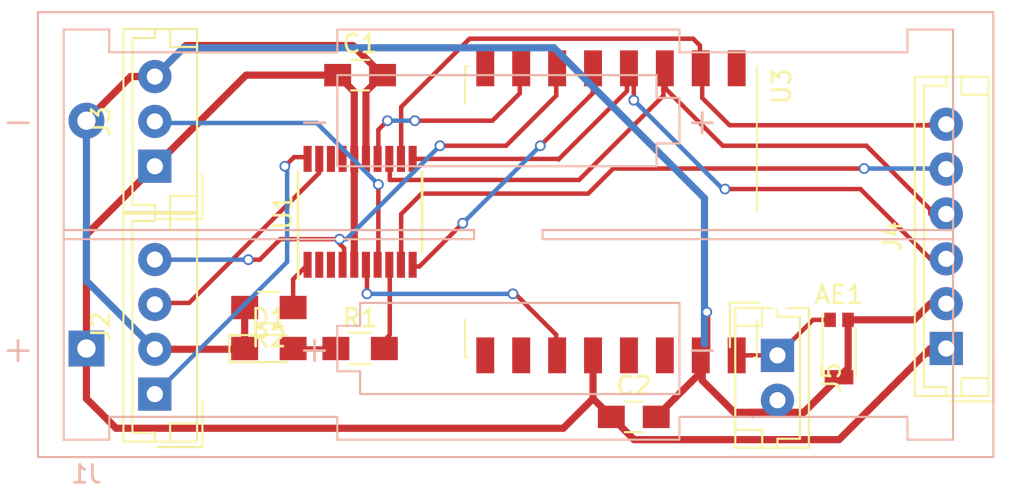
<source format=kicad_pcb>
(kicad_pcb (version 4) (host pcbnew 4.0.7)

  (general
    (links 39)
    (no_connects 0)
    (area 131.294999 106.227142 187.074 134.203858)
    (thickness 1.6)
    (drawings 0)
    (tracks 218)
    (zones 0)
    (modules 13)
    (nets 28)
  )

  (page A4)
  (layers
    (0 F.Cu signal)
    (31 B.Cu signal)
    (32 B.Adhes user)
    (33 F.Adhes user)
    (34 B.Paste user)
    (35 F.Paste user)
    (36 B.SilkS user)
    (37 F.SilkS user)
    (38 B.Mask user)
    (39 F.Mask user)
    (40 Dwgs.User user)
    (41 Cmts.User user)
    (42 Eco1.User user)
    (43 Eco2.User user)
    (44 Edge.Cuts user)
    (45 Margin user)
    (46 B.CrtYd user)
    (47 F.CrtYd user)
    (48 B.Fab user)
    (49 F.Fab user)
  )

  (setup
    (last_trace_width 0.25)
    (trace_clearance 0.2)
    (zone_clearance 0.508)
    (zone_45_only no)
    (trace_min 0.2)
    (segment_width 0.2)
    (edge_width 0.15)
    (via_size 0.6)
    (via_drill 0.4)
    (via_min_size 0.4)
    (via_min_drill 0.3)
    (uvia_size 0.3)
    (uvia_drill 0.1)
    (uvias_allowed no)
    (uvia_min_size 0.2)
    (uvia_min_drill 0.1)
    (pcb_text_width 0.3)
    (pcb_text_size 1.5 1.5)
    (mod_edge_width 0.15)
    (mod_text_size 1 1)
    (mod_text_width 0.15)
    (pad_size 1.524 1.524)
    (pad_drill 0.762)
    (pad_to_mask_clearance 0.2)
    (aux_axis_origin 0 0)
    (visible_elements FFFFFFFF)
    (pcbplotparams
      (layerselection 0x00030_80000001)
      (usegerberextensions false)
      (excludeedgelayer true)
      (linewidth 0.100000)
      (plotframeref false)
      (viasonmask false)
      (mode 1)
      (useauxorigin false)
      (hpglpennumber 1)
      (hpglpenspeed 20)
      (hpglpendiameter 15)
      (hpglpenoverlay 2)
      (psnegative false)
      (psa4output false)
      (plotreference true)
      (plotvalue true)
      (plotinvisibletext false)
      (padsonsilk false)
      (subtractmaskfromsilk false)
      (outputformat 1)
      (mirror false)
      (drillshape 1)
      (scaleselection 1)
      (outputdirectory ""))
  )

  (net 0 "")
  (net 1 Earth)
  (net 2 "Net-(AE1-Pad1)")
  (net 3 +3V3)
  (net 4 "Net-(D1-Pad2)")
  (net 5 SWCLK)
  (net 6 SWDIO)
  (net 7 NRESET)
  (net 8 TX)
  (net 9 SCK)
  (net 10 MOSI)
  (net 11 BME_CS)
  (net 12 MISO)
  (net 13 "Net-(R1-Pad2)")
  (net 14 "Net-(R2-Pad1)")
  (net 15 "Net-(U1-Pad2)")
  (net 16 "Net-(U1-Pad3)")
  (net 17 TX_READY)
  (net 18 RFM_CS)
  (net 19 RX_READY)
  (net 20 "Net-(U1-Pad17)")
  (net 21 "Net-(U1-Pad18)")
  (net 22 "Net-(U3-Pad1)")
  (net 23 "Net-(U3-Pad8)")
  (net 24 "Net-(U3-Pad9)")
  (net 25 "Net-(U3-Pad10)")
  (net 26 "Net-(U3-Pad13)")
  (net 27 "Net-(U3-Pad14)")

  (net_class Default "Dies ist die voreingestellte Netzklasse."
    (clearance 0.2)
    (trace_width 0.25)
    (via_dia 0.6)
    (via_drill 0.4)
    (uvia_dia 0.3)
    (uvia_drill 0.1)
    (add_net BME_CS)
    (add_net MISO)
    (add_net MOSI)
    (add_net NRESET)
    (add_net "Net-(AE1-Pad1)")
    (add_net "Net-(D1-Pad2)")
    (add_net "Net-(R1-Pad2)")
    (add_net "Net-(R2-Pad1)")
    (add_net "Net-(U1-Pad17)")
    (add_net "Net-(U1-Pad18)")
    (add_net "Net-(U1-Pad2)")
    (add_net "Net-(U1-Pad3)")
    (add_net "Net-(U3-Pad1)")
    (add_net "Net-(U3-Pad10)")
    (add_net "Net-(U3-Pad13)")
    (add_net "Net-(U3-Pad14)")
    (add_net "Net-(U3-Pad8)")
    (add_net "Net-(U3-Pad9)")
    (add_net RFM_CS)
    (add_net RX_READY)
    (add_net SCK)
    (add_net SWCLK)
    (add_net SWDIO)
    (add_net TX)
    (add_net TX_READY)
  )

  (net_class POWER ""
    (clearance 0.2)
    (trace_width 0.4)
    (via_dia 0.6)
    (via_drill 0.4)
    (uvia_dia 0.3)
    (uvia_drill 0.1)
    (add_net +3V3)
    (add_net Earth)
  )

  (module RF_Modules:Hopref_RFM9XW_SMD (layer F.Cu) (tedit 59D9324F) (tstamp 5F5F72BF)
    (at 163.83 118.11 270)
    (descr " Low Power Long Range Transceiver Module SMD-16 http://www.hoperf.com/upload/rf/RFM95_96_97_98W.pdf")
    (tags " Low Power Long Range Transceiver Module")
    (path /5F5F359C)
    (attr smd)
    (fp_text reference U3 (at -7 -9.5 270) (layer F.SilkS)
      (effects (font (size 1 1) (thickness 0.15)))
    )
    (fp_text value RFM9X (at 0 9.5 270) (layer F.Fab)
      (effects (font (size 1 1) (thickness 0.15)))
    )
    (fp_line (start -8 -8) (end 8 -8) (layer F.Fab) (width 0.12))
    (fp_line (start 8 8) (end 8 -8) (layer F.Fab) (width 0.12))
    (fp_line (start -8 8) (end 8 8) (layer F.Fab) (width 0.12))
    (fp_line (start -8 8) (end -8 -8) (layer F.Fab) (width 0.12))
    (fp_text user %R (at 0 0 270) (layer F.Fab)
      (effects (font (size 1 1) (thickness 0.15)))
    )
    (fp_line (start -8.12 -8.12) (end 0 -8.12) (layer F.SilkS) (width 0.1))
    (fp_line (start 6 8.12) (end 8.12 8.12) (layer F.SilkS) (width 0.1))
    (fp_line (start -9.45 -8.25) (end 9.45 -8.25) (layer F.CrtYd) (width 0.05))
    (fp_line (start 9.45 -8.25) (end 9.45 8.25) (layer F.CrtYd) (width 0.05))
    (fp_line (start -9.45 8.25) (end 9.45 8.25) (layer F.CrtYd) (width 0.05))
    (fp_line (start -9.45 8.25) (end -9.45 -8.25) (layer F.CrtYd) (width 0.05))
    (fp_line (start 8.12 8.12) (end 8.12 7.95) (layer F.SilkS) (width 0.1))
    (fp_line (start -8.12 8.12) (end -6 8.12) (layer F.SilkS) (width 0.1))
    (fp_line (start -8.12 8.12) (end -8.12 7.95) (layer F.SilkS) (width 0.1))
    (fp_line (start 6 -8.12) (end 8.12 -8.12) (layer F.SilkS) (width 0.1))
    (fp_line (start 8.12 -8.12) (end 8.12 -7.95) (layer F.SilkS) (width 0.1))
    (pad 1 smd rect (at -8 -7 270) (size 2 1) (layers F.Cu F.Paste F.Mask)
      (net 22 "Net-(U3-Pad1)"))
    (pad 2 smd rect (at -8 -5 270) (size 2 1) (layers F.Cu F.Paste F.Mask)
      (net 12 MISO))
    (pad 3 smd rect (at -8 -3 270) (size 2 1) (layers F.Cu F.Paste F.Mask)
      (net 10 MOSI))
    (pad 4 smd rect (at -8 -1 270) (size 2 1) (layers F.Cu F.Paste F.Mask)
      (net 9 SCK))
    (pad 5 smd rect (at -8 1 270) (size 2 1) (layers F.Cu F.Paste F.Mask)
      (net 18 RFM_CS))
    (pad 6 smd rect (at -8 3 270) (size 2 1) (layers F.Cu F.Paste F.Mask)
      (net 7 NRESET))
    (pad 7 smd rect (at -8 5 270) (size 2 1) (layers F.Cu F.Paste F.Mask)
      (net 19 RX_READY))
    (pad 8 smd rect (at -8 7 270) (size 2 1) (layers F.Cu F.Paste F.Mask)
      (net 23 "Net-(U3-Pad8)"))
    (pad 9 smd rect (at 8 7 270) (size 2 1) (layers F.Cu F.Paste F.Mask)
      (net 24 "Net-(U3-Pad9)"))
    (pad 10 smd rect (at 8 5 270) (size 2 1) (layers F.Cu F.Paste F.Mask)
      (net 25 "Net-(U3-Pad10)"))
    (pad 11 smd rect (at 8 3 270) (size 2 1) (layers F.Cu F.Paste F.Mask)
      (net 17 TX_READY))
    (pad 12 smd rect (at 8 1 270) (size 2 1) (layers F.Cu F.Paste F.Mask)
      (net 3 +3V3))
    (pad 13 smd rect (at 8 -1 270) (size 2 1) (layers F.Cu F.Paste F.Mask)
      (net 26 "Net-(U3-Pad13)"))
    (pad 14 smd rect (at 8 -3 270) (size 2 1) (layers F.Cu F.Paste F.Mask)
      (net 27 "Net-(U3-Pad14)"))
    (pad 15 smd rect (at 8 -5 270) (size 2 1) (layers F.Cu F.Paste F.Mask)
      (net 1 Earth))
    (pad 16 smd rect (at 8 -7 270) (size 2 1) (layers F.Cu F.Paste F.Mask)
      (net 2 "Net-(AE1-Pad1)"))
    (model ${KISYS3DMOD}/RF_Modules.3dshapes/Hopref_RFM9XW_SMD.wrl
      (at (xyz 0 0 0))
      (scale (xyz 1 1 1))
      (rotate (xyz 0 0 0))
    )
  )

  (module RF_Antennas:Pulse_W3011 (layer F.Cu) (tedit 595B9CA6) (tstamp 5F5F71B8)
    (at 176.53 125.73)
    (descr "Pulse RF Antenna, 4mm Clearance")
    (tags "antenna rf")
    (path /5F5F5304)
    (attr smd)
    (fp_text reference AE1 (at 0 -3) (layer F.SilkS)
      (effects (font (size 1 1) (thickness 0.15)))
    )
    (fp_text value Antenna_Shield (at 0 3) (layer F.Fab)
      (effects (font (size 1 1) (thickness 0.15)))
    )
    (fp_line (start 0.925 1.6) (end 0.925 -1.125) (layer F.SilkS) (width 0.12))
    (fp_line (start -0.925 1.6) (end -0.925 -1.95) (layer F.SilkS) (width 0.12))
    (fp_text user "on all layers" (at -2.2 0 90) (layer Cmts.User)
      (effects (font (size 0.3 0.3) (thickness 0.03)))
    )
    (fp_text user "No copper" (at -2.7 0 90) (layer Cmts.User)
      (effects (font (size 0.3 0.3) (thickness 0.03)))
    )
    (fp_text user %R (at 0.05 -0.05) (layer F.Fab)
      (effects (font (size 0.3 0.3) (thickness 0.03)))
    )
    (fp_line (start -3.2 -2) (end 1.05 2) (layer Dwgs.User) (width 0.05))
    (fp_line (start 1.05 -2) (end -3.2 2) (layer Dwgs.User) (width 0.05))
    (fp_line (start -3.2 2) (end 1.05 2) (layer Dwgs.User) (width 0.05))
    (fp_line (start -3.2 -2) (end -3.2 2) (layer Dwgs.User) (width 0.05))
    (fp_line (start 1.05 -2) (end -3.2 -2) (layer Dwgs.User) (width 0.05))
    (fp_line (start 1.05 2) (end 1.05 -2) (layer Dwgs.User) (width 0.05))
    (fp_line (start 1.3 -2.5) (end 1.3 2.5) (layer F.CrtYd) (width 0.05))
    (fp_line (start -1.33 2.5) (end 1.3 2.5) (layer F.CrtYd) (width 0.05))
    (fp_line (start -1.33 -2.5) (end -1.33 2.5) (layer F.CrtYd) (width 0.05))
    (fp_line (start -1.33 -2.5) (end 1.3 -2.5) (layer F.CrtYd) (width 0.05))
    (fp_line (start -0.8 -1.6) (end 0.8 -1.6) (layer F.Fab) (width 0.1))
    (fp_line (start 0.8 1.6) (end 0.8 -1.6) (layer F.Fab) (width 0.1))
    (fp_line (start -0.8 1.6) (end -0.8 -1.6) (layer F.Fab) (width 0.1))
    (fp_line (start -0.8 1.6) (end 0.8 1.6) (layer F.Fab) (width 0.1))
    (pad 2 smd trapezoid (at 0.5 -1.6 90) (size 0.8 0.65) (layers F.Cu F.Paste F.Mask)
      (net 1 Earth))
    (pad 1 smd trapezoid (at -0.5 -1.6 90) (size 0.8 0.65) (layers F.Cu F.Paste F.Mask)
      (net 2 "Net-(AE1-Pad1)"))
    (pad 2 smd trapezoid (at 0 1.6 90) (size 0.8 1.6) (layers F.Cu F.Paste F.Mask)
      (net 1 Earth))
    (model ${KISYS3DMOD}/RF_Antennas.3dshapes/Pulse_W3011.wrl
      (at (xyz -0.0196850394 0.062992126 0))
      (scale (xyz 1 1 1))
      (rotate (xyz 0 0 0))
    )
  )

  (module Capacitors_SMD:C_0805_HandSoldering (layer F.Cu) (tedit 58AA84A8) (tstamp 5F5F71BE)
    (at 149.86 110.49)
    (descr "Capacitor SMD 0805, hand soldering")
    (tags "capacitor 0805")
    (path /5F5F792E)
    (attr smd)
    (fp_text reference C1 (at 0 -1.75) (layer F.SilkS)
      (effects (font (size 1 1) (thickness 0.15)))
    )
    (fp_text value 100nF (at 0 1.75) (layer F.Fab)
      (effects (font (size 1 1) (thickness 0.15)))
    )
    (fp_text user %R (at 0 -1.75) (layer F.Fab)
      (effects (font (size 1 1) (thickness 0.15)))
    )
    (fp_line (start -1 0.62) (end -1 -0.62) (layer F.Fab) (width 0.1))
    (fp_line (start 1 0.62) (end -1 0.62) (layer F.Fab) (width 0.1))
    (fp_line (start 1 -0.62) (end 1 0.62) (layer F.Fab) (width 0.1))
    (fp_line (start -1 -0.62) (end 1 -0.62) (layer F.Fab) (width 0.1))
    (fp_line (start 0.5 -0.85) (end -0.5 -0.85) (layer F.SilkS) (width 0.12))
    (fp_line (start -0.5 0.85) (end 0.5 0.85) (layer F.SilkS) (width 0.12))
    (fp_line (start -2.25 -0.88) (end 2.25 -0.88) (layer F.CrtYd) (width 0.05))
    (fp_line (start -2.25 -0.88) (end -2.25 0.87) (layer F.CrtYd) (width 0.05))
    (fp_line (start 2.25 0.87) (end 2.25 -0.88) (layer F.CrtYd) (width 0.05))
    (fp_line (start 2.25 0.87) (end -2.25 0.87) (layer F.CrtYd) (width 0.05))
    (pad 1 smd rect (at -1.25 0) (size 1.5 1.25) (layers F.Cu F.Paste F.Mask)
      (net 3 +3V3))
    (pad 2 smd rect (at 1.25 0) (size 1.5 1.25) (layers F.Cu F.Paste F.Mask)
      (net 1 Earth))
    (model Capacitors_SMD.3dshapes/C_0805.wrl
      (at (xyz 0 0 0))
      (scale (xyz 1 1 1))
      (rotate (xyz 0 0 0))
    )
  )

  (module Capacitors_SMD:C_0805_HandSoldering (layer F.Cu) (tedit 58AA84A8) (tstamp 5F5F71C4)
    (at 165.1 129.54)
    (descr "Capacitor SMD 0805, hand soldering")
    (tags "capacitor 0805")
    (path /5F5F7A6F)
    (attr smd)
    (fp_text reference C2 (at 0 -1.75) (layer F.SilkS)
      (effects (font (size 1 1) (thickness 0.15)))
    )
    (fp_text value 100nF (at 0 1.75) (layer F.Fab)
      (effects (font (size 1 1) (thickness 0.15)))
    )
    (fp_text user %R (at 0 -1.75) (layer F.Fab)
      (effects (font (size 1 1) (thickness 0.15)))
    )
    (fp_line (start -1 0.62) (end -1 -0.62) (layer F.Fab) (width 0.1))
    (fp_line (start 1 0.62) (end -1 0.62) (layer F.Fab) (width 0.1))
    (fp_line (start 1 -0.62) (end 1 0.62) (layer F.Fab) (width 0.1))
    (fp_line (start -1 -0.62) (end 1 -0.62) (layer F.Fab) (width 0.1))
    (fp_line (start 0.5 -0.85) (end -0.5 -0.85) (layer F.SilkS) (width 0.12))
    (fp_line (start -0.5 0.85) (end 0.5 0.85) (layer F.SilkS) (width 0.12))
    (fp_line (start -2.25 -0.88) (end 2.25 -0.88) (layer F.CrtYd) (width 0.05))
    (fp_line (start -2.25 -0.88) (end -2.25 0.87) (layer F.CrtYd) (width 0.05))
    (fp_line (start 2.25 0.87) (end 2.25 -0.88) (layer F.CrtYd) (width 0.05))
    (fp_line (start 2.25 0.87) (end -2.25 0.87) (layer F.CrtYd) (width 0.05))
    (pad 1 smd rect (at -1.25 0) (size 1.5 1.25) (layers F.Cu F.Paste F.Mask)
      (net 3 +3V3))
    (pad 2 smd rect (at 1.25 0) (size 1.5 1.25) (layers F.Cu F.Paste F.Mask)
      (net 1 Earth))
    (model Capacitors_SMD.3dshapes/C_0805.wrl
      (at (xyz 0 0 0))
      (scale (xyz 1 1 1))
      (rotate (xyz 0 0 0))
    )
  )

  (module LEDs:LED_0805_HandSoldering (layer F.Cu) (tedit 595FCA25) (tstamp 5F5F71CA)
    (at 144.78 125.73)
    (descr "Resistor SMD 0805, hand soldering")
    (tags "resistor 0805")
    (path /5F5F6485)
    (attr smd)
    (fp_text reference D1 (at 0 -1.7) (layer F.SilkS)
      (effects (font (size 1 1) (thickness 0.15)))
    )
    (fp_text value LED (at 0 1.75) (layer F.Fab)
      (effects (font (size 1 1) (thickness 0.15)))
    )
    (fp_line (start -0.4 -0.4) (end -0.4 0.4) (layer F.Fab) (width 0.1))
    (fp_line (start -0.4 0) (end 0.2 -0.4) (layer F.Fab) (width 0.1))
    (fp_line (start 0.2 0.4) (end -0.4 0) (layer F.Fab) (width 0.1))
    (fp_line (start 0.2 -0.4) (end 0.2 0.4) (layer F.Fab) (width 0.1))
    (fp_line (start -1 0.62) (end -1 -0.62) (layer F.Fab) (width 0.1))
    (fp_line (start 1 0.62) (end -1 0.62) (layer F.Fab) (width 0.1))
    (fp_line (start 1 -0.62) (end 1 0.62) (layer F.Fab) (width 0.1))
    (fp_line (start -1 -0.62) (end 1 -0.62) (layer F.Fab) (width 0.1))
    (fp_line (start 1 0.75) (end -2.2 0.75) (layer F.SilkS) (width 0.12))
    (fp_line (start -2.2 -0.75) (end 1 -0.75) (layer F.SilkS) (width 0.12))
    (fp_line (start -2.35 -0.9) (end 2.35 -0.9) (layer F.CrtYd) (width 0.05))
    (fp_line (start -2.35 -0.9) (end -2.35 0.9) (layer F.CrtYd) (width 0.05))
    (fp_line (start 2.35 0.9) (end 2.35 -0.9) (layer F.CrtYd) (width 0.05))
    (fp_line (start 2.35 0.9) (end -2.35 0.9) (layer F.CrtYd) (width 0.05))
    (fp_line (start -2.2 -0.75) (end -2.2 0.75) (layer F.SilkS) (width 0.12))
    (pad 1 smd rect (at -1.35 0) (size 1.5 1.3) (layers F.Cu F.Paste F.Mask)
      (net 1 Earth))
    (pad 2 smd rect (at 1.35 0) (size 1.5 1.3) (layers F.Cu F.Paste F.Mask)
      (net 4 "Net-(D1-Pad2)"))
    (model ${KISYS3DMOD}/LEDs.3dshapes/LED_0805.wrl
      (at (xyz 0 0 0))
      (scale (xyz 1 1 1))
      (rotate (xyz 0 0 0))
    )
  )

  (module Battery_Holders:Keystone_2468_2xAAA (layer B.Cu) (tedit 57A87332) (tstamp 5F5F7210)
    (at 134.62 125.73)
    (descr "2xAAA cell battery holder, Keystone P/N 2468")
    (tags "AAA battery cell holder")
    (path /5F5F74EC)
    (fp_text reference J1 (at 0 7 180) (layer B.SilkS)
      (effects (font (size 1 1) (thickness 0.15)) (justify mirror))
    )
    (fp_text value Conn_01x02_Male (at 24.95 -7.8) (layer B.Fab)
      (effects (font (size 1 1) (thickness 0.15)) (justify mirror))
    )
    (fp_text user - (at 34.29 0) (layer B.SilkS)
      (effects (font (size 1.5 1.5) (thickness 0.15)) (justify mirror))
    )
    (fp_text user + (at 12.7 0) (layer B.SilkS)
      (effects (font (size 1.5 1.5) (thickness 0.15)) (justify mirror))
    )
    (fp_line (start 50.9 -19.15) (end 50.9 6.45) (layer B.CrtYd) (width 0.05))
    (fp_line (start -3.1 -19.15) (end 50.9 -19.15) (layer B.CrtYd) (width 0.05))
    (fp_line (start -3.1 6.45) (end -3.1 -19.15) (layer B.CrtYd) (width 0.05))
    (fp_line (start 50.9 6.45) (end -3.1 6.45) (layer B.CrtYd) (width 0.05))
    (fp_line (start 50.5 -18.75) (end 50.5 6.05) (layer B.SilkS) (width 0.12))
    (fp_line (start -2.7 -18.75) (end 50.5 -18.75) (layer B.SilkS) (width 0.12))
    (fp_line (start -2.7 6.05) (end -2.7 -18.75) (layer B.SilkS) (width 0.12))
    (fp_line (start 50.5 6.05) (end -2.7 6.05) (layer B.SilkS) (width 0.12))
    (fp_line (start 13.97 -15.24) (end 13.97 -10.16) (layer B.SilkS) (width 0.12))
    (fp_line (start 13.97 -10.16) (end 31.75 -10.16) (layer B.SilkS) (width 0.12))
    (fp_line (start 31.75 -10.16) (end 31.75 -11.43) (layer B.SilkS) (width 0.12))
    (fp_line (start 31.75 -11.43) (end 33.02 -11.43) (layer B.SilkS) (width 0.12))
    (fp_line (start 33.02 -11.43) (end 33.02 -13.97) (layer B.SilkS) (width 0.12))
    (fp_line (start 33.02 -13.97) (end 31.75 -13.97) (layer B.SilkS) (width 0.12))
    (fp_line (start 31.75 -13.97) (end 31.75 -15.24) (layer B.SilkS) (width 0.12))
    (fp_line (start 31.75 -15.24) (end 13.97 -15.24) (layer B.SilkS) (width 0.12))
    (fp_line (start 33.02 1.27) (end 33.02 -2.54) (layer B.SilkS) (width 0.12))
    (fp_line (start 33.02 -2.54) (end 15.24 -2.54) (layer B.SilkS) (width 0.12))
    (fp_line (start 15.24 -2.54) (end 15.24 -1.27) (layer B.SilkS) (width 0.12))
    (fp_line (start 15.24 -1.27) (end 13.97 -1.27) (layer B.SilkS) (width 0.12))
    (fp_line (start 13.97 -1.27) (end 13.97 1.27) (layer B.SilkS) (width 0.12))
    (fp_line (start 13.97 1.27) (end 15.24 1.27) (layer B.SilkS) (width 0.12))
    (fp_line (start 15.24 1.27) (end 15.24 2.54) (layer B.SilkS) (width 0.12))
    (fp_line (start 15.24 2.54) (end 33.02 2.54) (layer B.SilkS) (width 0.12))
    (fp_line (start 33.02 2.54) (end 33.02 1.27) (layer B.SilkS) (width 0.12))
    (fp_line (start -1.27 -6.096) (end 21.59 -6.096) (layer B.SilkS) (width 0.12))
    (fp_line (start 21.59 -6.096) (end 21.59 -6.604) (layer B.SilkS) (width 0.12))
    (fp_line (start 21.59 -6.604) (end -1.27 -6.604) (layer B.SilkS) (width 0.12))
    (fp_line (start 48.26 -6.096) (end 25.4 -6.096) (layer B.SilkS) (width 0.12))
    (fp_line (start 25.4 -6.096) (end 25.4 -6.604) (layer B.SilkS) (width 0.12))
    (fp_line (start 25.4 -6.604) (end 48.26 -6.604) (layer B.SilkS) (width 0.12))
    (fp_line (start 13.97 -16.51) (end 13.97 -17.78) (layer B.SilkS) (width 0.12))
    (fp_line (start 13.97 -17.78) (end 33.02 -17.78) (layer B.SilkS) (width 0.12))
    (fp_line (start 33.02 -17.78) (end 33.02 -16.51) (layer B.SilkS) (width 0.12))
    (fp_line (start 45.72 3.81) (end 33.02 3.81) (layer B.SilkS) (width 0.12))
    (fp_line (start 33.02 3.81) (end 33.02 5.08) (layer B.SilkS) (width 0.12))
    (fp_line (start 33.02 5.08) (end 13.97 5.08) (layer B.SilkS) (width 0.12))
    (fp_line (start 13.97 5.08) (end 13.97 3.81) (layer B.SilkS) (width 0.12))
    (fp_line (start 45.72 -16.51) (end 33.02 -16.51) (layer B.SilkS) (width 0.12))
    (fp_line (start 1.27 3.81) (end 13.97 3.81) (layer B.SilkS) (width 0.12))
    (fp_line (start 1.27 3.81) (end 1.27 5.08) (layer B.SilkS) (width 0.12))
    (fp_line (start 1.27 5.08) (end -1.27 5.08) (layer B.SilkS) (width 0.12))
    (fp_line (start -1.27 5.08) (end -1.27 -17.78) (layer B.SilkS) (width 0.12))
    (fp_line (start -1.27 -17.78) (end 1.27 -17.78) (layer B.SilkS) (width 0.12))
    (fp_line (start 1.27 -17.78) (end 1.27 -16.51) (layer B.SilkS) (width 0.12))
    (fp_line (start 1.27 -16.51) (end 13.97 -16.51) (layer B.SilkS) (width 0.12))
    (fp_line (start 48.26 5.08) (end 45.72 5.08) (layer B.SilkS) (width 0.12))
    (fp_line (start 45.72 5.08) (end 45.72 3.81) (layer B.SilkS) (width 0.12))
    (fp_line (start 48.26 5.08) (end 48.26 -17.78) (layer B.SilkS) (width 0.12))
    (fp_line (start 48.26 -17.78) (end 45.72 -17.78) (layer B.SilkS) (width 0.12))
    (fp_line (start 45.72 -17.78) (end 45.72 -16.51) (layer B.SilkS) (width 0.12))
    (fp_line (start -2.6 -18.65) (end -2.6 -6.35) (layer B.Fab) (width 0.1))
    (fp_line (start 50.4 -18.65) (end 50.4 5.95) (layer B.Fab) (width 0.1))
    (fp_line (start -2.6 -18.65) (end 50.4 -18.65) (layer B.Fab) (width 0.1))
    (fp_line (start -2.6 -6.35) (end -2.6 5.95) (layer B.Fab) (width 0.1))
    (fp_line (start -2.6 5.95) (end 50.4 5.95) (layer B.Fab) (width 0.1))
    (fp_text user + (at 34.29 -12.7) (layer B.SilkS)
      (effects (font (size 1.5 1.5) (thickness 0.15)) (justify mirror))
    )
    (fp_text user - (at 12.7 -12.7) (layer B.SilkS)
      (effects (font (size 1.5 1.5) (thickness 0.15)) (justify mirror))
    )
    (fp_text user + (at -3.81 0) (layer B.SilkS)
      (effects (font (size 1.5 1.5) (thickness 0.15)) (justify mirror))
    )
    (fp_text user - (at -3.81 -12.7) (layer B.SilkS)
      (effects (font (size 1.5 1.5) (thickness 0.15)) (justify mirror))
    )
    (pad 1 thru_hole rect (at 0 0) (size 2 2) (drill 1.02) (layers *.Cu *.Mask)
      (net 3 +3V3))
    (pad 2 thru_hole circle (at 0 -12.7) (size 2 2) (drill 1.02) (layers *.Cu *.Mask)
      (net 1 Earth))
    (pad "" np_thru_hole circle (at 8.636 -8.6995) (size 3.5 3.5) (drill 3.5) (layers *.Cu *.Mask))
    (pad "" np_thru_hole circle (at 38.608 -3.9624) (size 3.5 3.5) (drill 3.5) (layers *.Cu *.Mask))
  )

  (module Connectors_JST:JST_EH_B04B-EH-A_04x2.50mm_Straight (layer F.Cu) (tedit 58A3B0B5) (tstamp 5F5F7232)
    (at 138.43 128.27 90)
    (descr "JST EH series connector, B04B-EH-A, 2.50mm pitch, top entry")
    (tags "connector jst eh top vertical straight")
    (path /5F5F67BE)
    (fp_text reference J2 (at 3.75 -3 90) (layer F.SilkS)
      (effects (font (size 1 1) (thickness 0.15)))
    )
    (fp_text value Conn_01x04_Male (at 3.75 3.5 90) (layer F.Fab)
      (effects (font (size 1 1) (thickness 0.15)))
    )
    (fp_text user %R (at 3.75 -3 90) (layer F.Fab)
      (effects (font (size 1 1) (thickness 0.15)))
    )
    (fp_line (start -2.5 -1.6) (end -2.5 2.2) (layer F.Fab) (width 0.1))
    (fp_line (start -2.5 2.2) (end 10 2.2) (layer F.Fab) (width 0.1))
    (fp_line (start 10 2.2) (end 10 -1.6) (layer F.Fab) (width 0.1))
    (fp_line (start 10 -1.6) (end -2.5 -1.6) (layer F.Fab) (width 0.1))
    (fp_line (start -2.65 -1.75) (end -2.65 2.35) (layer F.SilkS) (width 0.12))
    (fp_line (start -2.65 2.35) (end 10.15 2.35) (layer F.SilkS) (width 0.12))
    (fp_line (start 10.15 2.35) (end 10.15 -1.75) (layer F.SilkS) (width 0.12))
    (fp_line (start 10.15 -1.75) (end -2.65 -1.75) (layer F.SilkS) (width 0.12))
    (fp_line (start -2.65 0) (end -2.15 0) (layer F.SilkS) (width 0.12))
    (fp_line (start -2.15 0) (end -2.15 -1.25) (layer F.SilkS) (width 0.12))
    (fp_line (start -2.15 -1.25) (end 9.65 -1.25) (layer F.SilkS) (width 0.12))
    (fp_line (start 9.65 -1.25) (end 9.65 0) (layer F.SilkS) (width 0.12))
    (fp_line (start 9.65 0) (end 10.15 0) (layer F.SilkS) (width 0.12))
    (fp_line (start -2.65 0.85) (end -1.65 0.85) (layer F.SilkS) (width 0.12))
    (fp_line (start -1.65 0.85) (end -1.65 2.35) (layer F.SilkS) (width 0.12))
    (fp_line (start 10.15 0.85) (end 9.15 0.85) (layer F.SilkS) (width 0.12))
    (fp_line (start 9.15 0.85) (end 9.15 2.35) (layer F.SilkS) (width 0.12))
    (fp_line (start -2.95 0.15) (end -2.95 2.65) (layer F.SilkS) (width 0.12))
    (fp_line (start -2.95 2.65) (end -0.45 2.65) (layer F.SilkS) (width 0.12))
    (fp_line (start -2.95 0.15) (end -2.95 2.65) (layer F.Fab) (width 0.1))
    (fp_line (start -2.95 2.65) (end -0.45 2.65) (layer F.Fab) (width 0.1))
    (fp_line (start -3.15 -2.25) (end -3.15 2.85) (layer F.CrtYd) (width 0.05))
    (fp_line (start -3.15 2.85) (end 10.65 2.85) (layer F.CrtYd) (width 0.05))
    (fp_line (start 10.65 2.85) (end 10.65 -2.25) (layer F.CrtYd) (width 0.05))
    (fp_line (start 10.65 -2.25) (end -3.15 -2.25) (layer F.CrtYd) (width 0.05))
    (pad 1 thru_hole rect (at 0 0 90) (size 1.85 1.85) (drill 0.9) (layers *.Cu *.Mask)
      (net 5 SWCLK))
    (pad 2 thru_hole circle (at 2.5 0 90) (size 1.85 1.85) (drill 0.9) (layers *.Cu *.Mask)
      (net 1 Earth))
    (pad 3 thru_hole circle (at 5 0 90) (size 1.85 1.85) (drill 0.9) (layers *.Cu *.Mask)
      (net 6 SWDIO))
    (pad 4 thru_hole circle (at 7.5 0 90) (size 1.85 1.85) (drill 0.9) (layers *.Cu *.Mask)
      (net 7 NRESET))
    (model Connectors_JST.3dshapes/JST_EH_B04B-EH-A_04x2.50mm_Straight.wrl
      (at (xyz 0 0 0))
      (scale (xyz 1 1 1))
      (rotate (xyz 0 0 0))
    )
  )

  (module Connectors_JST:JST_EH_B03B-EH-A_03x2.50mm_Straight (layer F.Cu) (tedit 58A3B0B5) (tstamp 5F5F7253)
    (at 138.43 115.57 90)
    (descr "JST EH series connector, B03B-EH-A, 2.50mm pitch, top entry")
    (tags "connector jst eh top vertical straight")
    (path /5F5F8CC4)
    (fp_text reference J3 (at 2.5 -3 90) (layer F.SilkS)
      (effects (font (size 1 1) (thickness 0.15)))
    )
    (fp_text value Conn_01x03_Male (at 2.5 3.5 90) (layer F.Fab)
      (effects (font (size 1 1) (thickness 0.15)))
    )
    (fp_text user %R (at 2.5 -3 90) (layer F.Fab)
      (effects (font (size 1 1) (thickness 0.15)))
    )
    (fp_line (start -2.5 -1.6) (end -2.5 2.2) (layer F.Fab) (width 0.1))
    (fp_line (start -2.5 2.2) (end 7.5 2.2) (layer F.Fab) (width 0.1))
    (fp_line (start 7.5 2.2) (end 7.5 -1.6) (layer F.Fab) (width 0.1))
    (fp_line (start 7.5 -1.6) (end -2.5 -1.6) (layer F.Fab) (width 0.1))
    (fp_line (start -2.65 -1.75) (end -2.65 2.35) (layer F.SilkS) (width 0.12))
    (fp_line (start -2.65 2.35) (end 7.65 2.35) (layer F.SilkS) (width 0.12))
    (fp_line (start 7.65 2.35) (end 7.65 -1.75) (layer F.SilkS) (width 0.12))
    (fp_line (start 7.65 -1.75) (end -2.65 -1.75) (layer F.SilkS) (width 0.12))
    (fp_line (start -2.65 0) (end -2.15 0) (layer F.SilkS) (width 0.12))
    (fp_line (start -2.15 0) (end -2.15 -1.25) (layer F.SilkS) (width 0.12))
    (fp_line (start -2.15 -1.25) (end 7.15 -1.25) (layer F.SilkS) (width 0.12))
    (fp_line (start 7.15 -1.25) (end 7.15 0) (layer F.SilkS) (width 0.12))
    (fp_line (start 7.15 0) (end 7.65 0) (layer F.SilkS) (width 0.12))
    (fp_line (start -2.65 0.85) (end -1.65 0.85) (layer F.SilkS) (width 0.12))
    (fp_line (start -1.65 0.85) (end -1.65 2.35) (layer F.SilkS) (width 0.12))
    (fp_line (start 7.65 0.85) (end 6.65 0.85) (layer F.SilkS) (width 0.12))
    (fp_line (start 6.65 0.85) (end 6.65 2.35) (layer F.SilkS) (width 0.12))
    (fp_line (start -2.95 0.15) (end -2.95 2.65) (layer F.SilkS) (width 0.12))
    (fp_line (start -2.95 2.65) (end -0.45 2.65) (layer F.SilkS) (width 0.12))
    (fp_line (start -2.95 0.15) (end -2.95 2.65) (layer F.Fab) (width 0.1))
    (fp_line (start -2.95 2.65) (end -0.45 2.65) (layer F.Fab) (width 0.1))
    (fp_line (start -3.15 -2.25) (end -3.15 2.85) (layer F.CrtYd) (width 0.05))
    (fp_line (start -3.15 2.85) (end 8.15 2.85) (layer F.CrtYd) (width 0.05))
    (fp_line (start 8.15 2.85) (end 8.15 -2.25) (layer F.CrtYd) (width 0.05))
    (fp_line (start 8.15 -2.25) (end -3.15 -2.25) (layer F.CrtYd) (width 0.05))
    (pad 1 thru_hole rect (at 0 0 90) (size 1.85 1.85) (drill 0.9) (layers *.Cu *.Mask)
      (net 3 +3V3))
    (pad 2 thru_hole circle (at 2.5 0 90) (size 1.85 1.85) (drill 0.9) (layers *.Cu *.Mask)
      (net 8 TX))
    (pad 3 thru_hole circle (at 5 0 90) (size 1.85 1.85) (drill 0.9) (layers *.Cu *.Mask)
      (net 1 Earth))
    (model Connectors_JST.3dshapes/JST_EH_B03B-EH-A_03x2.50mm_Straight.wrl
      (at (xyz 0 0 0))
      (scale (xyz 1 1 1))
      (rotate (xyz 0 0 0))
    )
  )

  (module Connectors_JST:JST_EH_B06B-EH-A_06x2.50mm_Straight (layer F.Cu) (tedit 58A3B0B5) (tstamp 5F5F7277)
    (at 182.499 125.73 90)
    (descr "JST EH series connector, B06B-EH-A, 2.50mm pitch, top entry")
    (tags "connector jst eh top vertical straight")
    (path /5F5FA3E2)
    (fp_text reference J4 (at 6.25 -3 90) (layer F.SilkS)
      (effects (font (size 1 1) (thickness 0.15)))
    )
    (fp_text value Conn_01x06_Male (at 6.25 3.5 90) (layer F.Fab)
      (effects (font (size 1 1) (thickness 0.15)))
    )
    (fp_text user %R (at 6.25 -3 90) (layer F.Fab)
      (effects (font (size 1 1) (thickness 0.15)))
    )
    (fp_line (start -2.5 -1.6) (end -2.5 2.2) (layer F.Fab) (width 0.1))
    (fp_line (start -2.5 2.2) (end 15 2.2) (layer F.Fab) (width 0.1))
    (fp_line (start 15 2.2) (end 15 -1.6) (layer F.Fab) (width 0.1))
    (fp_line (start 15 -1.6) (end -2.5 -1.6) (layer F.Fab) (width 0.1))
    (fp_line (start -2.65 -1.75) (end -2.65 2.35) (layer F.SilkS) (width 0.12))
    (fp_line (start -2.65 2.35) (end 15.15 2.35) (layer F.SilkS) (width 0.12))
    (fp_line (start 15.15 2.35) (end 15.15 -1.75) (layer F.SilkS) (width 0.12))
    (fp_line (start 15.15 -1.75) (end -2.65 -1.75) (layer F.SilkS) (width 0.12))
    (fp_line (start -2.65 0) (end -2.15 0) (layer F.SilkS) (width 0.12))
    (fp_line (start -2.15 0) (end -2.15 -1.25) (layer F.SilkS) (width 0.12))
    (fp_line (start -2.15 -1.25) (end 14.65 -1.25) (layer F.SilkS) (width 0.12))
    (fp_line (start 14.65 -1.25) (end 14.65 0) (layer F.SilkS) (width 0.12))
    (fp_line (start 14.65 0) (end 15.15 0) (layer F.SilkS) (width 0.12))
    (fp_line (start -2.65 0.85) (end -1.65 0.85) (layer F.SilkS) (width 0.12))
    (fp_line (start -1.65 0.85) (end -1.65 2.35) (layer F.SilkS) (width 0.12))
    (fp_line (start 15.15 0.85) (end 14.15 0.85) (layer F.SilkS) (width 0.12))
    (fp_line (start 14.15 0.85) (end 14.15 2.35) (layer F.SilkS) (width 0.12))
    (fp_line (start -2.95 0.15) (end -2.95 2.65) (layer F.SilkS) (width 0.12))
    (fp_line (start -2.95 2.65) (end -0.45 2.65) (layer F.SilkS) (width 0.12))
    (fp_line (start -2.95 0.15) (end -2.95 2.65) (layer F.Fab) (width 0.1))
    (fp_line (start -2.95 2.65) (end -0.45 2.65) (layer F.Fab) (width 0.1))
    (fp_line (start -3.15 -2.25) (end -3.15 2.85) (layer F.CrtYd) (width 0.05))
    (fp_line (start -3.15 2.85) (end 15.65 2.85) (layer F.CrtYd) (width 0.05))
    (fp_line (start 15.65 2.85) (end 15.65 -2.25) (layer F.CrtYd) (width 0.05))
    (fp_line (start 15.65 -2.25) (end -3.15 -2.25) (layer F.CrtYd) (width 0.05))
    (pad 1 thru_hole rect (at 0 0 90) (size 1.85 1.85) (drill 0.9) (layers *.Cu *.Mask)
      (net 3 +3V3))
    (pad 2 thru_hole circle (at 2.5 0 90) (size 1.85 1.85) (drill 0.9) (layers *.Cu *.Mask)
      (net 1 Earth))
    (pad 3 thru_hole circle (at 5 0 90) (size 1.85 1.85) (drill 0.9) (layers *.Cu *.Mask)
      (net 9 SCK))
    (pad 4 thru_hole circle (at 7.5 0 90) (size 1.85 1.85) (drill 0.9) (layers *.Cu *.Mask)
      (net 10 MOSI))
    (pad 5 thru_hole circle (at 10 0 90) (size 1.85 1.85) (drill 0.9) (layers *.Cu *.Mask)
      (net 11 BME_CS))
    (pad 6 thru_hole circle (at 12.5 0 90) (size 1.85 1.85) (drill 0.9) (layers *.Cu *.Mask)
      (net 12 MISO))
    (model Connectors_JST.3dshapes/JST_EH_B06B-EH-A_06x2.50mm_Straight.wrl
      (at (xyz 0 0 0))
      (scale (xyz 1 1 1))
      (rotate (xyz 0 0 0))
    )
  )

  (module Resistors_SMD:R_0805_HandSoldering (layer F.Cu) (tedit 58E0A804) (tstamp 5F5F727D)
    (at 149.86 125.73)
    (descr "Resistor SMD 0805, hand soldering")
    (tags "resistor 0805")
    (path /5F5F6442)
    (attr smd)
    (fp_text reference R1 (at 0 -1.7) (layer F.SilkS)
      (effects (font (size 1 1) (thickness 0.15)))
    )
    (fp_text value 470 (at 0 1.75) (layer F.Fab)
      (effects (font (size 1 1) (thickness 0.15)))
    )
    (fp_text user %R (at 0 0) (layer F.Fab)
      (effects (font (size 0.5 0.5) (thickness 0.075)))
    )
    (fp_line (start -1 0.62) (end -1 -0.62) (layer F.Fab) (width 0.1))
    (fp_line (start 1 0.62) (end -1 0.62) (layer F.Fab) (width 0.1))
    (fp_line (start 1 -0.62) (end 1 0.62) (layer F.Fab) (width 0.1))
    (fp_line (start -1 -0.62) (end 1 -0.62) (layer F.Fab) (width 0.1))
    (fp_line (start 0.6 0.88) (end -0.6 0.88) (layer F.SilkS) (width 0.12))
    (fp_line (start -0.6 -0.88) (end 0.6 -0.88) (layer F.SilkS) (width 0.12))
    (fp_line (start -2.35 -0.9) (end 2.35 -0.9) (layer F.CrtYd) (width 0.05))
    (fp_line (start -2.35 -0.9) (end -2.35 0.9) (layer F.CrtYd) (width 0.05))
    (fp_line (start 2.35 0.9) (end 2.35 -0.9) (layer F.CrtYd) (width 0.05))
    (fp_line (start 2.35 0.9) (end -2.35 0.9) (layer F.CrtYd) (width 0.05))
    (pad 1 smd rect (at -1.35 0) (size 1.5 1.3) (layers F.Cu F.Paste F.Mask)
      (net 4 "Net-(D1-Pad2)"))
    (pad 2 smd rect (at 1.35 0) (size 1.5 1.3) (layers F.Cu F.Paste F.Mask)
      (net 13 "Net-(R1-Pad2)"))
    (model ${KISYS3DMOD}/Resistors_SMD.3dshapes/R_0805.wrl
      (at (xyz 0 0 0))
      (scale (xyz 1 1 1))
      (rotate (xyz 0 0 0))
    )
  )

  (module Resistors_SMD:R_0805_HandSoldering (layer F.Cu) (tedit 58E0A804) (tstamp 5F5F7283)
    (at 144.78 123.444 180)
    (descr "Resistor SMD 0805, hand soldering")
    (tags "resistor 0805")
    (path /5F5F3A50)
    (attr smd)
    (fp_text reference R2 (at 0 -1.7 180) (layer F.SilkS)
      (effects (font (size 1 1) (thickness 0.15)))
    )
    (fp_text value 10k (at 0 1.75 180) (layer F.Fab)
      (effects (font (size 1 1) (thickness 0.15)))
    )
    (fp_text user %R (at 0 0 180) (layer F.Fab)
      (effects (font (size 0.5 0.5) (thickness 0.075)))
    )
    (fp_line (start -1 0.62) (end -1 -0.62) (layer F.Fab) (width 0.1))
    (fp_line (start 1 0.62) (end -1 0.62) (layer F.Fab) (width 0.1))
    (fp_line (start 1 -0.62) (end 1 0.62) (layer F.Fab) (width 0.1))
    (fp_line (start -1 -0.62) (end 1 -0.62) (layer F.Fab) (width 0.1))
    (fp_line (start 0.6 0.88) (end -0.6 0.88) (layer F.SilkS) (width 0.12))
    (fp_line (start -0.6 -0.88) (end 0.6 -0.88) (layer F.SilkS) (width 0.12))
    (fp_line (start -2.35 -0.9) (end 2.35 -0.9) (layer F.CrtYd) (width 0.05))
    (fp_line (start -2.35 -0.9) (end -2.35 0.9) (layer F.CrtYd) (width 0.05))
    (fp_line (start 2.35 0.9) (end 2.35 -0.9) (layer F.CrtYd) (width 0.05))
    (fp_line (start 2.35 0.9) (end -2.35 0.9) (layer F.CrtYd) (width 0.05))
    (pad 1 smd rect (at -1.35 0 180) (size 1.5 1.3) (layers F.Cu F.Paste F.Mask)
      (net 14 "Net-(R2-Pad1)"))
    (pad 2 smd rect (at 1.35 0 180) (size 1.5 1.3) (layers F.Cu F.Paste F.Mask)
      (net 1 Earth))
    (model ${KISYS3DMOD}/Resistors_SMD.3dshapes/R_0805.wrl
      (at (xyz 0 0 0))
      (scale (xyz 1 1 1))
      (rotate (xyz 0 0 0))
    )
  )

  (module Housings_SSOP:TSSOP-20_4.4x6.5mm_Pitch0.65mm (layer F.Cu) (tedit 54130A77) (tstamp 5F5F729B)
    (at 149.86 118.11 90)
    (descr "20-Lead Plastic Thin Shrink Small Outline (ST)-4.4 mm Body [TSSOP] (see Microchip Packaging Specification 00000049BS.pdf)")
    (tags "SSOP 0.65")
    (path /5F5F321C)
    (attr smd)
    (fp_text reference U1 (at 0 -4.3 90) (layer F.SilkS)
      (effects (font (size 1 1) (thickness 0.15)))
    )
    (fp_text value STM32L031F4Px (at 0 4.3 90) (layer F.Fab)
      (effects (font (size 1 1) (thickness 0.15)))
    )
    (fp_line (start -1.2 -3.25) (end 2.2 -3.25) (layer F.Fab) (width 0.15))
    (fp_line (start 2.2 -3.25) (end 2.2 3.25) (layer F.Fab) (width 0.15))
    (fp_line (start 2.2 3.25) (end -2.2 3.25) (layer F.Fab) (width 0.15))
    (fp_line (start -2.2 3.25) (end -2.2 -2.25) (layer F.Fab) (width 0.15))
    (fp_line (start -2.2 -2.25) (end -1.2 -3.25) (layer F.Fab) (width 0.15))
    (fp_line (start -3.95 -3.55) (end -3.95 3.55) (layer F.CrtYd) (width 0.05))
    (fp_line (start 3.95 -3.55) (end 3.95 3.55) (layer F.CrtYd) (width 0.05))
    (fp_line (start -3.95 -3.55) (end 3.95 -3.55) (layer F.CrtYd) (width 0.05))
    (fp_line (start -3.95 3.55) (end 3.95 3.55) (layer F.CrtYd) (width 0.05))
    (fp_line (start -2.225 3.45) (end 2.225 3.45) (layer F.SilkS) (width 0.15))
    (fp_line (start -3.75 -3.45) (end 2.225 -3.45) (layer F.SilkS) (width 0.15))
    (fp_text user %R (at 0 0 90) (layer F.Fab)
      (effects (font (size 0.8 0.8) (thickness 0.15)))
    )
    (pad 1 smd rect (at -2.95 -2.925 90) (size 1.45 0.45) (layers F.Cu F.Paste F.Mask)
      (net 14 "Net-(R2-Pad1)"))
    (pad 2 smd rect (at -2.95 -2.275 90) (size 1.45 0.45) (layers F.Cu F.Paste F.Mask)
      (net 15 "Net-(U1-Pad2)"))
    (pad 3 smd rect (at -2.95 -1.625 90) (size 1.45 0.45) (layers F.Cu F.Paste F.Mask)
      (net 16 "Net-(U1-Pad3)"))
    (pad 4 smd rect (at -2.95 -0.975 90) (size 1.45 0.45) (layers F.Cu F.Paste F.Mask)
      (net 7 NRESET))
    (pad 5 smd rect (at -2.95 -0.325 90) (size 1.45 0.45) (layers F.Cu F.Paste F.Mask)
      (net 3 +3V3))
    (pad 6 smd rect (at -2.95 0.325 90) (size 1.45 0.45) (layers F.Cu F.Paste F.Mask)
      (net 17 TX_READY))
    (pad 7 smd rect (at -2.95 0.975 90) (size 1.45 0.45) (layers F.Cu F.Paste F.Mask)
      (net 8 TX))
    (pad 8 smd rect (at -2.95 1.625 90) (size 1.45 0.45) (layers F.Cu F.Paste F.Mask)
      (net 13 "Net-(R1-Pad2)"))
    (pad 9 smd rect (at -2.95 2.275 90) (size 1.45 0.45) (layers F.Cu F.Paste F.Mask)
      (net 11 BME_CS))
    (pad 10 smd rect (at -2.95 2.925 90) (size 1.45 0.45) (layers F.Cu F.Paste F.Mask)
      (net 18 RFM_CS))
    (pad 11 smd rect (at 2.95 2.925 90) (size 1.45 0.45) (layers F.Cu F.Paste F.Mask)
      (net 9 SCK))
    (pad 12 smd rect (at 2.95 2.275 90) (size 1.45 0.45) (layers F.Cu F.Paste F.Mask)
      (net 12 MISO))
    (pad 13 smd rect (at 2.95 1.625 90) (size 1.45 0.45) (layers F.Cu F.Paste F.Mask)
      (net 10 MOSI))
    (pad 14 smd rect (at 2.95 0.975 90) (size 1.45 0.45) (layers F.Cu F.Paste F.Mask)
      (net 19 RX_READY))
    (pad 15 smd rect (at 2.95 0.325 90) (size 1.45 0.45) (layers F.Cu F.Paste F.Mask)
      (net 1 Earth))
    (pad 16 smd rect (at 2.95 -0.325 90) (size 1.45 0.45) (layers F.Cu F.Paste F.Mask)
      (net 3 +3V3))
    (pad 17 smd rect (at 2.95 -0.975 90) (size 1.45 0.45) (layers F.Cu F.Paste F.Mask)
      (net 20 "Net-(U1-Pad17)"))
    (pad 18 smd rect (at 2.95 -1.625 90) (size 1.45 0.45) (layers F.Cu F.Paste F.Mask)
      (net 21 "Net-(U1-Pad18)"))
    (pad 19 smd rect (at 2.95 -2.275 90) (size 1.45 0.45) (layers F.Cu F.Paste F.Mask)
      (net 6 SWDIO))
    (pad 20 smd rect (at 2.95 -2.925 90) (size 1.45 0.45) (layers F.Cu F.Paste F.Mask)
      (net 5 SWCLK))
    (model ${KISYS3DMOD}/Housings_SSOP.3dshapes/TSSOP-20_4.4x6.5mm_Pitch0.65mm.wrl
      (at (xyz 0 0 0))
      (scale (xyz 1 1 1))
      (rotate (xyz 0 0 0))
    )
  )

  (module Connectors_JST:JST_EH_B02B-EH-A_02x2.50mm_Straight (layer F.Cu) (tedit 58A3B0B5) (tstamp 5F5F9A33)
    (at 173.101 126.111 270)
    (descr "JST EH series connector, B02B-EH-A, 2.50mm pitch, top entry")
    (tags "connector jst eh top vertical straight")
    (path /5F5FB796)
    (fp_text reference J5 (at 1.25 -3 270) (layer F.SilkS)
      (effects (font (size 1 1) (thickness 0.15)))
    )
    (fp_text value Conn_01x02_Male (at 1.25 3.5 270) (layer F.Fab)
      (effects (font (size 1 1) (thickness 0.15)))
    )
    (fp_text user %R (at 1.25 -3 270) (layer F.Fab)
      (effects (font (size 1 1) (thickness 0.15)))
    )
    (fp_line (start -2.5 -1.6) (end -2.5 2.2) (layer F.Fab) (width 0.1))
    (fp_line (start -2.5 2.2) (end 5 2.2) (layer F.Fab) (width 0.1))
    (fp_line (start 5 2.2) (end 5 -1.6) (layer F.Fab) (width 0.1))
    (fp_line (start 5 -1.6) (end -2.5 -1.6) (layer F.Fab) (width 0.1))
    (fp_line (start -2.65 -1.75) (end -2.65 2.35) (layer F.SilkS) (width 0.12))
    (fp_line (start -2.65 2.35) (end 5.15 2.35) (layer F.SilkS) (width 0.12))
    (fp_line (start 5.15 2.35) (end 5.15 -1.75) (layer F.SilkS) (width 0.12))
    (fp_line (start 5.15 -1.75) (end -2.65 -1.75) (layer F.SilkS) (width 0.12))
    (fp_line (start -2.65 0) (end -2.15 0) (layer F.SilkS) (width 0.12))
    (fp_line (start -2.15 0) (end -2.15 -1.25) (layer F.SilkS) (width 0.12))
    (fp_line (start -2.15 -1.25) (end 4.65 -1.25) (layer F.SilkS) (width 0.12))
    (fp_line (start 4.65 -1.25) (end 4.65 0) (layer F.SilkS) (width 0.12))
    (fp_line (start 4.65 0) (end 5.15 0) (layer F.SilkS) (width 0.12))
    (fp_line (start -2.65 0.85) (end -1.65 0.85) (layer F.SilkS) (width 0.12))
    (fp_line (start -1.65 0.85) (end -1.65 2.35) (layer F.SilkS) (width 0.12))
    (fp_line (start 5.15 0.85) (end 4.15 0.85) (layer F.SilkS) (width 0.12))
    (fp_line (start 4.15 0.85) (end 4.15 2.35) (layer F.SilkS) (width 0.12))
    (fp_line (start -2.95 0.15) (end -2.95 2.65) (layer F.SilkS) (width 0.12))
    (fp_line (start -2.95 2.65) (end -0.45 2.65) (layer F.SilkS) (width 0.12))
    (fp_line (start -2.95 0.15) (end -2.95 2.65) (layer F.Fab) (width 0.1))
    (fp_line (start -2.95 2.65) (end -0.45 2.65) (layer F.Fab) (width 0.1))
    (fp_line (start -3.15 -2.25) (end -3.15 2.85) (layer F.CrtYd) (width 0.05))
    (fp_line (start -3.15 2.85) (end 5.65 2.85) (layer F.CrtYd) (width 0.05))
    (fp_line (start 5.65 2.85) (end 5.65 -2.25) (layer F.CrtYd) (width 0.05))
    (fp_line (start 5.65 -2.25) (end -3.15 -2.25) (layer F.CrtYd) (width 0.05))
    (pad 1 thru_hole rect (at 0 0 270) (size 1.85 1.85) (drill 0.9) (layers *.Cu *.Mask)
      (net 2 "Net-(AE1-Pad1)"))
    (pad 2 thru_hole circle (at 2.5 0 270) (size 1.85 1.85) (drill 0.9) (layers *.Cu *.Mask)
      (net 1 Earth))
    (model Connectors_JST.3dshapes/JST_EH_B02B-EH-A_02x2.50mm_Straight.wrl
      (at (xyz 0 0 0))
      (scale (xyz 1 1 1))
      (rotate (xyz 0 0 0))
    )
  )

  (segment (start 173.101 128.611) (end 172.426 129.286) (width 0.4) (layer F.Cu) (net 1))
  (segment (start 171.704 129.413) (end 171.704 129.286) (width 0.4) (layer F.Cu) (net 1) (tstamp 5F5F9A57))
  (segment (start 171.831 129.286) (end 171.704 129.413) (width 0.4) (layer F.Cu) (net 1) (tstamp 5F5F9A56))
  (segment (start 172.426 129.286) (end 171.831 129.286) (width 0.4) (layer F.Cu) (net 1) (tstamp 5F5F9A55))
  (segment (start 138.43 110.57) (end 140.034 108.966) (width 0.4) (layer B.Cu) (net 1))
  (segment (start 169.164 123.698) (end 169.164 125.776) (width 0.4) (layer F.Cu) (net 1) (tstamp 5F5F8EF0))
  (via (at 169.164 123.698) (size 0.6) (drill 0.4) (layers F.Cu B.Cu) (net 1))
  (segment (start 169.037 123.825) (end 169.164 123.698) (width 0.4) (layer B.Cu) (net 1) (tstamp 5F5F8EE3))
  (segment (start 169.037 125.476) (end 169.037 123.825) (width 0.4) (layer B.Cu) (net 1) (tstamp 5F5F8EE1))
  (segment (start 169.037 117.348) (end 169.037 125.476) (width 0.4) (layer B.Cu) (net 1) (tstamp 5F5F8EDE))
  (segment (start 160.655 108.966) (end 169.037 117.348) (width 0.4) (layer B.Cu) (net 1) (tstamp 5F5F8ED1))
  (segment (start 160.401 108.966) (end 160.655 108.966) (width 0.4) (layer B.Cu) (net 1) (tstamp 5F5F8EC5))
  (segment (start 160.02 108.966) (end 160.401 108.966) (width 0.4) (layer B.Cu) (net 1) (tstamp 5F5F8EB4))
  (segment (start 140.034 108.966) (end 160.02 108.966) (width 0.4) (layer B.Cu) (net 1) (tstamp 5F5F8EB1))
  (segment (start 169.164 125.776) (end 168.83 126.11) (width 0.4) (layer F.Cu) (net 1) (tstamp 5F5F8EF1))
  (segment (start 177.03 124.13) (end 177.038 124.138) (width 0.4) (layer F.Cu) (net 1))
  (segment (start 177.038 124.138) (end 177.038 126.822) (width 0.4) (layer F.Cu) (net 1) (tstamp 5F5F8D1E))
  (segment (start 177.038 126.822) (end 176.53 127.33) (width 0.4) (layer F.Cu) (net 1) (tstamp 5F5F8D29))
  (segment (start 138.43 125.77) (end 134.62 121.96) (width 0.4) (layer B.Cu) (net 1))
  (segment (start 134.62 121.96) (end 134.62 113.03) (width 0.4) (layer B.Cu) (net 1) (tstamp 5F5F8C62))
  (segment (start 151.11 110.49) (end 149.459 108.839) (width 0.4) (layer F.Cu) (net 1))
  (segment (start 140.161 108.839) (end 138.43 110.57) (width 0.4) (layer F.Cu) (net 1) (tstamp 5F5F8C2A))
  (segment (start 149.459 108.839) (end 140.161 108.839) (width 0.4) (layer F.Cu) (net 1) (tstamp 5F5F8C1A))
  (segment (start 143.43 123.444) (end 143.43 125.73) (width 0.4) (layer F.Cu) (net 1))
  (segment (start 151.003 110.383) (end 151.11 110.49) (width 0.4) (layer F.Cu) (net 1) (tstamp 5F5F87DD))
  (segment (start 168.83 126.11) (end 168.91 126.19) (width 0.4) (layer F.Cu) (net 1))
  (segment (start 168.91 126.19) (end 168.91 127.127) (width 0.4) (layer F.Cu) (net 1) (tstamp 5F5F8240))
  (segment (start 174.574 129.286) (end 176.53 127.33) (width 0.4) (layer F.Cu) (net 1) (tstamp 5F5F8250))
  (segment (start 174.498 129.286) (end 174.574 129.286) (width 0.4) (layer F.Cu) (net 1) (tstamp 5F5F824C))
  (segment (start 170.688 129.286) (end 171.704 129.286) (width 0.4) (layer F.Cu) (net 1) (tstamp 5F5F824B))
  (segment (start 171.704 129.286) (end 174.498 129.286) (width 0.4) (layer F.Cu) (net 1) (tstamp 5F5F9A58))
  (segment (start 168.91 127.508) (end 170.688 129.286) (width 0.4) (layer F.Cu) (net 1) (tstamp 5F5F8249))
  (segment (start 168.91 127.381) (end 168.91 127.508) (width 0.4) (layer F.Cu) (net 1) (tstamp 5F5F8248))
  (segment (start 168.91 127.254) (end 168.91 127.381) (width 0.4) (layer F.Cu) (net 1) (tstamp 5F5F8245))
  (segment (start 168.91 127.127) (end 168.91 127.254) (width 0.4) (layer F.Cu) (net 1) (tstamp 5F5F8242))
  (segment (start 181.61 123.23) (end 180.71 124.13) (width 0.4) (layer F.Cu) (net 1))
  (segment (start 180.71 124.13) (end 177.03 124.13) (width 0.4) (layer F.Cu) (net 1) (tstamp 5F5F8175))
  (segment (start 134.62 113.03) (end 137.08 110.57) (width 0.4) (layer F.Cu) (net 1))
  (segment (start 137.08 110.57) (end 138.43 110.57) (width 0.4) (layer F.Cu) (net 1) (tstamp 5F5F8135))
  (segment (start 143.43 125.73) (end 143.39 125.77) (width 0.4) (layer F.Cu) (net 1))
  (segment (start 143.39 125.77) (end 138.43 125.77) (width 0.4) (layer F.Cu) (net 1) (tstamp 5F5F80E2))
  (segment (start 166.35 129.54) (end 168.83 127.06) (width 0.4) (layer F.Cu) (net 1))
  (segment (start 168.83 127.06) (end 168.83 126.11) (width 0.4) (layer F.Cu) (net 1) (tstamp 5F5F7B6B))
  (segment (start 151.11 110.49) (end 150.185 111.415) (width 0.4) (layer F.Cu) (net 1))
  (segment (start 150.185 111.415) (end 150.185 115.16) (width 0.4) (layer F.Cu) (net 1) (tstamp 5F5F7B59))
  (segment (start 173.101 126.111) (end 175.082 124.13) (width 0.25) (layer F.Cu) (net 2))
  (segment (start 175.082 124.13) (end 176.03 124.13) (width 0.25) (layer F.Cu) (net 2) (tstamp 5F5F9A5E))
  (segment (start 173.101 126.111) (end 173.1 126.11) (width 0.25) (layer F.Cu) (net 2))
  (segment (start 173.1 126.11) (end 170.83 126.11) (width 0.25) (layer F.Cu) (net 2) (tstamp 5F5F9A5A))
  (segment (start 182.499 125.73) (end 182.245 125.984) (width 0.4) (layer F.Cu) (net 3) (status C00000))
  (segment (start 182.245 125.984) (end 181.356 125.984) (width 0.4) (layer F.Cu) (net 3) (tstamp 5F5F9ADC) (status 400000))
  (segment (start 138.43 115.57) (end 143.51 110.49) (width 0.4) (layer F.Cu) (net 3))
  (segment (start 143.51 110.49) (end 148.61 110.49) (width 0.4) (layer F.Cu) (net 3) (tstamp 5F5F8C35))
  (segment (start 134.62 125.73) (end 134.62 128.397) (width 0.4) (layer F.Cu) (net 3))
  (segment (start 161.175 130.175) (end 162.83 128.52) (width 0.4) (layer F.Cu) (net 3) (tstamp 5F5F881F))
  (segment (start 136.271 130.175) (end 161.175 130.175) (width 0.4) (layer F.Cu) (net 3) (tstamp 5F5F8819))
  (segment (start 134.62 128.524) (end 136.271 130.175) (width 0.4) (layer F.Cu) (net 3) (tstamp 5F5F8816))
  (segment (start 134.62 128.397) (end 134.62 128.524) (width 0.4) (layer F.Cu) (net 3) (tstamp 5F5F8810))
  (segment (start 149.535 115.16) (end 149.535 121.06) (width 0.4) (layer F.Cu) (net 3))
  (segment (start 181.61 125.73) (end 181.356 125.984) (width 0.4) (layer F.Cu) (net 3))
  (segment (start 181.356 125.984) (end 176.53 130.81) (width 0.4) (layer F.Cu) (net 3) (tstamp 5F5F9AE1))
  (segment (start 165.12 130.81) (end 163.85 129.54) (width 0.4) (layer F.Cu) (net 3) (tstamp 5F5F82B2))
  (segment (start 176.53 130.81) (end 165.12 130.81) (width 0.4) (layer F.Cu) (net 3) (tstamp 5F5F82A3))
  (segment (start 138.43 115.57) (end 134.62 119.38) (width 0.4) (layer F.Cu) (net 3))
  (segment (start 134.62 119.38) (end 134.62 125.73) (width 0.4) (layer F.Cu) (net 3) (tstamp 5F5F8149))
  (segment (start 163.85 129.54) (end 162.83 128.52) (width 0.4) (layer F.Cu) (net 3))
  (segment (start 162.83 128.52) (end 162.83 126.11) (width 0.4) (layer F.Cu) (net 3) (tstamp 5F5F7B68))
  (segment (start 148.61 110.49) (end 149.535 111.415) (width 0.4) (layer F.Cu) (net 3))
  (segment (start 149.535 111.415) (end 149.535 115.16) (width 0.4) (layer F.Cu) (net 3) (tstamp 5F5F7B5E))
  (segment (start 146.13 125.73) (end 148.51 125.73) (width 0.25) (layer F.Cu) (net 4))
  (segment (start 138.43 128.27) (end 145.415 121.285) (width 0.25) (layer B.Cu) (net 5))
  (segment (start 146.177 115.062) (end 146.837 115.062) (width 0.25) (layer F.Cu) (net 5) (tstamp 5F5F854F))
  (segment (start 145.669 115.57) (end 146.177 115.062) (width 0.25) (layer F.Cu) (net 5) (tstamp 5F5F854E))
  (via (at 145.669 115.57) (size 0.6) (drill 0.4) (layers F.Cu B.Cu) (net 5))
  (segment (start 145.796 115.697) (end 145.669 115.57) (width 0.25) (layer B.Cu) (net 5) (tstamp 5F5F8541))
  (segment (start 145.796 120.904) (end 145.796 115.697) (width 0.25) (layer B.Cu) (net 5) (tstamp 5F5F8533))
  (segment (start 145.415 121.285) (end 145.796 120.904) (width 0.25) (layer B.Cu) (net 5) (tstamp 5F5F8526))
  (segment (start 146.837 115.062) (end 146.935 115.16) (width 0.25) (layer F.Cu) (net 5) (tstamp 5F5F8560))
  (segment (start 146.939 115.164) (end 146.935 115.16) (width 0.25) (layer F.Cu) (net 5) (tstamp 5F5F8478))
  (segment (start 147.585 115.16) (end 147.574 115.171) (width 0.25) (layer F.Cu) (net 6))
  (segment (start 147.574 115.171) (end 147.574 115.951) (width 0.25) (layer F.Cu) (net 6) (tstamp 5F5F8C84))
  (segment (start 140.335 123.19) (end 138.51 123.19) (width 0.25) (layer F.Cu) (net 6) (tstamp 5F5F8CB5))
  (segment (start 147.574 115.951) (end 140.335 123.19) (width 0.25) (layer F.Cu) (net 6) (tstamp 5F5F8C8D))
  (segment (start 138.51 123.19) (end 138.43 123.27) (width 0.25) (layer F.Cu) (net 6) (tstamp 5F5F8CBA))
  (segment (start 138.43 123.27) (end 138.477 123.317) (width 0.25) (layer F.Cu) (net 6))
  (segment (start 147.574 115.149) (end 147.585 115.16) (width 0.25) (layer F.Cu) (net 6) (tstamp 5F5F83DE))
  (segment (start 138.43 120.77) (end 138.437 120.777) (width 0.25) (layer B.Cu) (net 7))
  (segment (start 138.437 120.777) (end 143.637 120.777) (width 0.25) (layer B.Cu) (net 7) (tstamp 5F5F96B4))
  (via (at 143.637 120.777) (size 0.6) (drill 0.4) (layers F.Cu B.Cu) (net 7))
  (segment (start 143.637 120.777) (end 144.272 120.777) (width 0.25) (layer F.Cu) (net 7) (tstamp 5F5F96C1))
  (segment (start 144.272 120.777) (end 145.415 119.634) (width 0.25) (layer F.Cu) (net 7) (tstamp 5F5F96C2))
  (segment (start 145.415 119.634) (end 148.717 119.634) (width 0.25) (layer F.Cu) (net 7) (tstamp 5F5F96CC))
  (segment (start 158.496 113.919) (end 157.988 114.427) (width 0.25) (layer F.Cu) (net 7))
  (segment (start 160.782 111.633) (end 158.496 113.919) (width 0.25) (layer F.Cu) (net 7) (tstamp 5F5F964D))
  (segment (start 160.782 110.158) (end 160.782 111.633) (width 0.25) (layer F.Cu) (net 7) (tstamp 5F5F964A))
  (segment (start 148.971 120.142) (end 148.971 120.974) (width 0.25) (layer F.Cu) (net 7) (tstamp 5F5F9686))
  (segment (start 148.717 119.888) (end 148.971 120.142) (width 0.25) (layer F.Cu) (net 7) (tstamp 5F5F9678))
  (segment (start 148.717 119.634) (end 148.717 119.888) (width 0.25) (layer F.Cu) (net 7) (tstamp 5F5F9677))
  (via (at 148.717 119.634) (size 0.6) (drill 0.4) (layers F.Cu B.Cu) (net 7))
  (segment (start 149.098 119.634) (end 148.717 119.634) (width 0.25) (layer B.Cu) (net 7) (tstamp 5F5F966D))
  (segment (start 154.305 114.427) (end 149.098 119.634) (width 0.25) (layer B.Cu) (net 7) (tstamp 5F5F966C))
  (via (at 154.305 114.427) (size 0.6) (drill 0.4) (layers F.Cu B.Cu) (net 7))
  (segment (start 157.988 114.427) (end 154.305 114.427) (width 0.25) (layer F.Cu) (net 7) (tstamp 5F5F9656))
  (segment (start 148.971 120.974) (end 148.885 121.06) (width 0.25) (layer F.Cu) (net 7) (tstamp 5F5F968D))
  (segment (start 160.83 110.11) (end 160.782 110.158) (width 0.25) (layer F.Cu) (net 7))
  (segment (start 148.971 120.974) (end 148.885 121.06) (width 0.25) (layer F.Cu) (net 7) (tstamp 5F5F86EB))
  (segment (start 138.43 113.07) (end 138.517 113.157) (width 0.25) (layer B.Cu) (net 8))
  (segment (start 138.517 113.157) (end 147.447 113.157) (width 0.25) (layer B.Cu) (net 8) (tstamp 5F5F8981))
  (segment (start 147.447 113.157) (end 150.876 116.586) (width 0.25) (layer B.Cu) (net 8) (tstamp 5F5F8984))
  (via (at 150.876 116.586) (size 0.6) (drill 0.4) (layers F.Cu B.Cu) (net 8))
  (segment (start 150.876 116.586) (end 150.876 121.019) (width 0.25) (layer F.Cu) (net 8) (tstamp 5F5F8992))
  (segment (start 150.876 121.019) (end 150.835 121.06) (width 0.25) (layer F.Cu) (net 8) (tstamp 5F5F8993))
  (segment (start 182.499 120.73) (end 181.61 120.73) (width 0.25) (layer F.Cu) (net 9) (status C00000))
  (segment (start 181.61 120.73) (end 177.72 116.84) (width 0.25) (layer F.Cu) (net 9))
  (segment (start 165.1 111.76) (end 165.1 110.38) (width 0.25) (layer F.Cu) (net 9) (tstamp 5F5F9403))
  (segment (start 165.1 111.887) (end 165.1 111.76) (width 0.25) (layer F.Cu) (net 9) (tstamp 5F5F9402))
  (via (at 165.1 111.887) (size 0.6) (drill 0.4) (layers F.Cu B.Cu) (net 9))
  (segment (start 170.053 116.84) (end 165.1 111.887) (width 0.25) (layer B.Cu) (net 9) (tstamp 5F5F93F9))
  (segment (start 170.18 116.84) (end 170.053 116.84) (width 0.25) (layer B.Cu) (net 9) (tstamp 5F5F93F8))
  (via (at 170.18 116.84) (size 0.6) (drill 0.4) (layers F.Cu B.Cu) (net 9))
  (segment (start 177.72 116.84) (end 170.18 116.84) (width 0.25) (layer F.Cu) (net 9) (tstamp 5F5F936D))
  (segment (start 165.1 110.38) (end 164.83 110.11) (width 0.25) (layer F.Cu) (net 9) (tstamp 5F5F9404))
  (segment (start 165.227 110.507) (end 164.83 110.11) (width 0.25) (layer F.Cu) (net 9) (tstamp 5F5F7FED))
  (segment (start 160.909 115.189) (end 160.88 115.16) (width 0.25) (layer F.Cu) (net 9))
  (segment (start 164.719 111.125) (end 164.719 111.379) (width 0.25) (layer F.Cu) (net 9) (tstamp 5F5F7F4E))
  (segment (start 164.719 111.379) (end 160.909 115.189) (width 0.25) (layer F.Cu) (net 9) (tstamp 5F5F7F55))
  (segment (start 164.719 110.221) (end 164.719 111.125) (width 0.25) (layer F.Cu) (net 9) (tstamp 5F5F7F4A))
  (segment (start 160.88 115.16) (end 152.785 115.16) (width 0.25) (layer F.Cu) (net 9) (tstamp 5F5F7F5F))
  (segment (start 164.83 110.11) (end 164.719 110.221) (width 0.25) (layer F.Cu) (net 9))
  (segment (start 164.83 110.11) (end 165.1 110.38) (width 0.25) (layer F.Cu) (net 9))
  (segment (start 182.499 118.23) (end 182.252 117.983) (width 0.25) (layer F.Cu) (net 10) (status C00000))
  (segment (start 182.252 117.983) (end 181.61 117.983) (width 0.25) (layer F.Cu) (net 10) (tstamp 5F5F9AD5) (status C00000))
  (segment (start 181.61 117.983) (end 182.499 118.23) (width 0.25) (layer F.Cu) (net 10) (tstamp 5F5F9AD7) (status C00000))
  (segment (start 151.485 115.16) (end 151.511 115.186) (width 0.25) (layer F.Cu) (net 10))
  (segment (start 151.511 115.186) (end 151.511 116.332) (width 0.25) (layer F.Cu) (net 10) (tstamp 5F5F8CD8))
  (segment (start 166.751 111.633) (end 166.751 110.189) (width 0.25) (layer F.Cu) (net 10) (tstamp 5F5F8D00))
  (segment (start 162.052 116.332) (end 166.751 111.633) (width 0.25) (layer F.Cu) (net 10) (tstamp 5F5F8CF1))
  (segment (start 151.511 116.332) (end 162.052 116.332) (width 0.25) (layer F.Cu) (net 10) (tstamp 5F5F8CE8))
  (segment (start 166.751 110.189) (end 166.83 110.11) (width 0.25) (layer F.Cu) (net 10) (tstamp 5F5F8D02))
  (segment (start 166.83 110.11) (end 166.751 110.189) (width 0.25) (layer F.Cu) (net 10))
  (segment (start 166.751 110.189) (end 166.751 111.252) (width 0.25) (layer F.Cu) (net 10) (tstamp 5F5F7EB5))
  (segment (start 166.751 111.252) (end 166.751 111.379) (width 0.25) (layer F.Cu) (net 10) (tstamp 5F5F7EBF))
  (segment (start 181.61 117.983) (end 178.181 114.554) (width 0.25) (layer F.Cu) (net 10))
  (segment (start 178.054 114.427) (end 178.181 114.554) (width 0.25) (layer F.Cu) (net 10) (tstamp 5F5F7DFD))
  (segment (start 170.053 114.427) (end 178.054 114.427) (width 0.25) (layer F.Cu) (net 10) (tstamp 5F5F7DFC))
  (segment (start 166.878 111.252) (end 170.053 114.427) (width 0.25) (layer F.Cu) (net 10) (tstamp 5F5F7DF7))
  (segment (start 166.878 111.125) (end 166.878 111.252) (width 0.25) (layer F.Cu) (net 10) (tstamp 5F5F7DE9))
  (segment (start 166.878 111.125) (end 166.878 110.158) (width 0.25) (layer F.Cu) (net 10) (tstamp 5F5F7DE5))
  (segment (start 181.61 117.983) (end 181.61 118.23) (width 0.25) (layer F.Cu) (net 10) (tstamp 5F5F7E07))
  (segment (start 166.83 110.11) (end 166.878 110.158) (width 0.25) (layer F.Cu) (net 10))
  (segment (start 151.485 115.16) (end 151.511 115.134) (width 0.25) (layer F.Cu) (net 10))
  (segment (start 182.499 115.73) (end 182.466 115.697) (width 0.25) (layer B.Cu) (net 11) (status C00000))
  (segment (start 182.466 115.697) (end 181.102 115.697) (width 0.25) (layer B.Cu) (net 11) (tstamp 5F5F9AE7) (status 400000))
  (segment (start 181.61 115.73) (end 181.577 115.697) (width 0.25) (layer B.Cu) (net 11))
  (segment (start 181.577 115.697) (end 181.102 115.697) (width 0.25) (layer B.Cu) (net 11) (tstamp 5F5F92CC))
  (segment (start 181.102 115.697) (end 177.927 115.697) (width 0.25) (layer B.Cu) (net 11) (tstamp 5F5F9AEB))
  (via (at 177.927 115.697) (size 0.6) (drill 0.4) (layers F.Cu B.Cu) (net 11))
  (segment (start 177.927 115.697) (end 163.957 115.697) (width 0.25) (layer F.Cu) (net 11) (tstamp 5F5F92DF))
  (segment (start 163.957 115.697) (end 162.56 117.094) (width 0.25) (layer F.Cu) (net 11) (tstamp 5F5F92E0))
  (segment (start 162.56 117.094) (end 153.289 117.094) (width 0.25) (layer F.Cu) (net 11) (tstamp 5F5F92ED))
  (segment (start 153.289 117.094) (end 152.146 118.237) (width 0.25) (layer F.Cu) (net 11) (tstamp 5F5F92F2))
  (segment (start 152.146 118.237) (end 152.146 121.049) (width 0.25) (layer F.Cu) (net 11) (tstamp 5F5F9300))
  (segment (start 152.146 121.049) (end 152.135 121.06) (width 0.25) (layer F.Cu) (net 11) (tstamp 5F5F930B))
  (segment (start 152.146 121.071) (end 152.135 121.06) (width 0.25) (layer F.Cu) (net 11) (tstamp 5F5F8207))
  (segment (start 182.499 113.23) (end 182.445 113.284) (width 0.25) (layer F.Cu) (net 12) (status C00000))
  (segment (start 182.445 113.284) (end 181.102 113.284) (width 0.25) (layer F.Cu) (net 12) (tstamp 5F5F9AF0) (status 400000))
  (segment (start 182.445 113.284) (end 181.229 113.284) (width 0.25) (layer F.Cu) (net 12) (tstamp 5F5F9AD0) (status 400000))
  (segment (start 152.135 115.16) (end 152.146 115.149) (width 0.25) (layer F.Cu) (net 12))
  (segment (start 152.146 115.149) (end 152.146 112.395) (width 0.25) (layer F.Cu) (net 12) (tstamp 5F5F7EFE))
  (segment (start 152.146 112.395) (end 152.146 112.268) (width 0.25) (layer F.Cu) (net 12) (tstamp 5F5F7F04))
  (segment (start 152.146 112.268) (end 155.956 108.458) (width 0.25) (layer F.Cu) (net 12) (tstamp 5F5F7F0E))
  (segment (start 155.956 108.458) (end 168.402 108.458) (width 0.25) (layer F.Cu) (net 12) (tstamp 5F5F7F12))
  (segment (start 168.783 108.839) (end 168.402 108.458) (width 0.25) (layer F.Cu) (net 12) (tstamp 5F5F7EE9))
  (segment (start 168.783 108.839) (end 168.783 110.063) (width 0.25) (layer F.Cu) (net 12) (tstamp 5F5F7EE8))
  (segment (start 168.83 110.11) (end 168.783 110.063) (width 0.25) (layer F.Cu) (net 12))
  (segment (start 168.83 110.11) (end 168.91 110.19) (width 0.25) (layer F.Cu) (net 12))
  (segment (start 168.91 110.19) (end 168.91 111.76) (width 0.25) (layer F.Cu) (net 12) (tstamp 5F5F7DC4))
  (segment (start 168.91 111.76) (end 170.434 113.284) (width 0.25) (layer F.Cu) (net 12) (tstamp 5F5F7DC8))
  (segment (start 170.434 113.284) (end 181.102 113.284) (width 0.25) (layer F.Cu) (net 12) (tstamp 5F5F7DCE))
  (segment (start 181.102 113.284) (end 181.229 113.284) (width 0.25) (layer F.Cu) (net 12) (tstamp 5F5F9AF4))
  (segment (start 181.229 113.284) (end 181.556 113.284) (width 0.25) (layer F.Cu) (net 12) (tstamp 5F5F9AD3))
  (segment (start 181.556 113.284) (end 181.61 113.23) (width 0.25) (layer F.Cu) (net 12) (tstamp 5F5F7DD5))
  (segment (start 151.21 125.269) (end 151.511 124.968) (width 0.25) (layer F.Cu) (net 13))
  (segment (start 151.511 124.968) (end 151.511 121.086) (width 0.25) (layer F.Cu) (net 13) (tstamp 5F5F80C7))
  (segment (start 151.21 125.269) (end 151.21 125.73) (width 0.25) (layer F.Cu) (net 13) (tstamp 5F5F80DC))
  (segment (start 151.485 121.06) (end 151.511 121.086) (width 0.25) (layer F.Cu) (net 13))
  (segment (start 146.935 121.06) (end 146.13 121.865) (width 0.25) (layer F.Cu) (net 14))
  (segment (start 146.13 121.865) (end 146.13 123.444) (width 0.25) (layer F.Cu) (net 14) (tstamp 5F5F8B87))
  (segment (start 150.185 121.06) (end 150.241 121.116) (width 0.25) (layer F.Cu) (net 17))
  (segment (start 150.241 121.116) (end 150.241 122.682) (width 0.25) (layer F.Cu) (net 17) (tstamp 5F5F885A))
  (via (at 150.241 122.682) (size 0.6) (drill 0.4) (layers F.Cu B.Cu) (net 17))
  (segment (start 150.241 122.682) (end 158.369 122.682) (width 0.25) (layer B.Cu) (net 17) (tstamp 5F5F8863))
  (via (at 158.369 122.682) (size 0.6) (drill 0.4) (layers F.Cu B.Cu) (net 17))
  (segment (start 158.369 122.682) (end 158.496 122.682) (width 0.25) (layer F.Cu) (net 17) (tstamp 5F5F886F))
  (segment (start 158.496 122.682) (end 160.782 124.968) (width 0.25) (layer F.Cu) (net 17) (tstamp 5F5F8870))
  (segment (start 160.782 124.968) (end 160.782 126.062) (width 0.25) (layer F.Cu) (net 17) (tstamp 5F5F8872))
  (segment (start 160.782 126.062) (end 160.83 126.11) (width 0.25) (layer F.Cu) (net 17) (tstamp 5F5F887B))
  (segment (start 162.83 110.11) (end 162.814 110.126) (width 0.25) (layer F.Cu) (net 18))
  (segment (start 162.814 110.126) (end 162.814 111.506) (width 0.25) (layer F.Cu) (net 18) (tstamp 5F5F94DA))
  (segment (start 153.162 121.158) (end 152.883 121.158) (width 0.25) (layer F.Cu) (net 18) (tstamp 5F5F9502))
  (segment (start 155.575 118.745) (end 153.162 121.158) (width 0.25) (layer F.Cu) (net 18) (tstamp 5F5F9501))
  (via (at 155.575 118.745) (size 0.6) (drill 0.4) (layers F.Cu B.Cu) (net 18))
  (segment (start 159.893 114.427) (end 155.575 118.745) (width 0.25) (layer B.Cu) (net 18) (tstamp 5F5F94F3))
  (via (at 159.893 114.427) (size 0.6) (drill 0.4) (layers F.Cu B.Cu) (net 18))
  (segment (start 162.814 111.506) (end 159.893 114.427) (width 0.25) (layer F.Cu) (net 18) (tstamp 5F5F94E9))
  (segment (start 152.883 121.158) (end 152.785 121.06) (width 0.25) (layer F.Cu) (net 18) (tstamp 5F5F950F))
  (segment (start 158.83 110.11) (end 158.75 110.19) (width 0.25) (layer F.Cu) (net 19))
  (segment (start 158.75 110.19) (end 158.75 111.506) (width 0.25) (layer F.Cu) (net 19) (tstamp 5F5F946D))
  (segment (start 150.876 113.538) (end 150.876 115.119) (width 0.25) (layer F.Cu) (net 19) (tstamp 5F5F9499))
  (segment (start 151.384 113.03) (end 150.876 113.538) (width 0.25) (layer F.Cu) (net 19) (tstamp 5F5F9498))
  (via (at 151.384 113.03) (size 0.6) (drill 0.4) (layers F.Cu B.Cu) (net 19))
  (segment (start 152.908 113.03) (end 151.384 113.03) (width 0.25) (layer B.Cu) (net 19) (tstamp 5F5F9492))
  (via (at 152.908 113.03) (size 0.6) (drill 0.4) (layers F.Cu B.Cu) (net 19))
  (segment (start 157.226 113.03) (end 152.908 113.03) (width 0.25) (layer F.Cu) (net 19) (tstamp 5F5F947F))
  (segment (start 158.75 111.506) (end 157.226 113.03) (width 0.25) (layer F.Cu) (net 19) (tstamp 5F5F9473))
  (segment (start 150.876 115.119) (end 150.835 115.16) (width 0.25) (layer F.Cu) (net 19) (tstamp 5F5F949B))
  (segment (start 150.835 115.16) (end 150.876 115.119) (width 0.25) (layer F.Cu) (net 19))
  (segment (start 158.623 110.317) (end 158.83 110.11) (width 0.25) (layer F.Cu) (net 19) (tstamp 5F5F8078))

  (zone (net 1) (net_name Earth) (layer B.Cu) (tstamp 5F5F909E) (hatch edge 0.508)
    (connect_pads (clearance 0.508))
    (min_thickness 0.254)
    (fill (arc_segments 16) (thermal_gap 0.508) (thermal_bridge_width 0.508))
    (polygon
      (pts
        (xy 185.039 131.953) (xy 131.953 131.826) (xy 131.953 106.934) (xy 185.039 106.934)
      )
    )
  )
)

</source>
